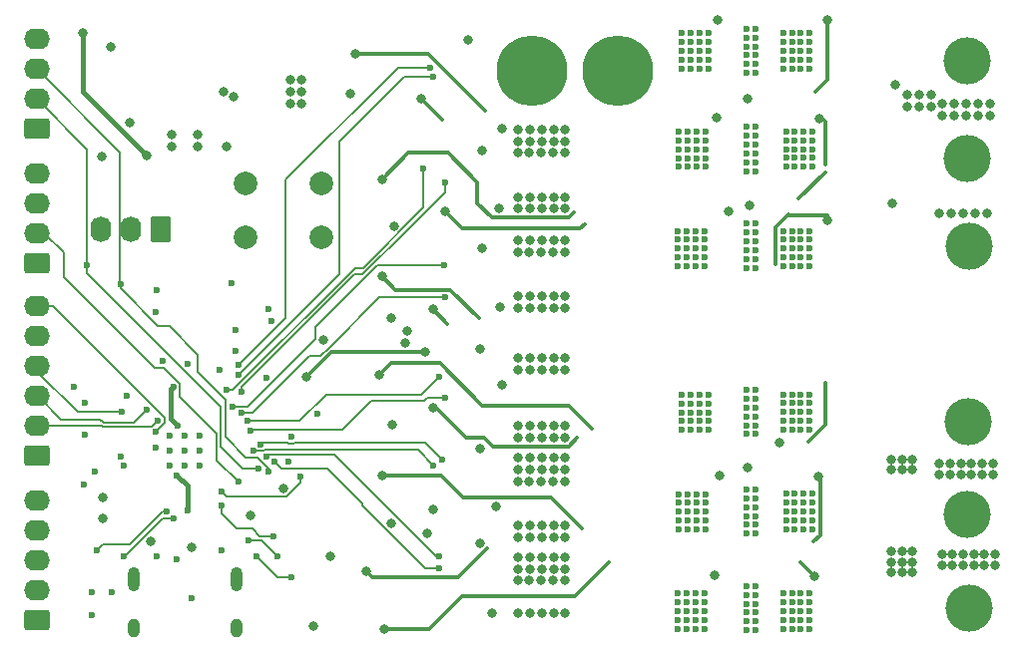
<source format=gbl>
G04 #@! TF.GenerationSoftware,KiCad,Pcbnew,6.0.0-rc2*
G04 #@! TF.CreationDate,2022-06-15T19:41:01-07:00*
G04 #@! TF.ProjectId,RP2040_motor,52503230-3430-45f6-9d6f-746f722e6b69,REV1*
G04 #@! TF.SameCoordinates,Original*
G04 #@! TF.FileFunction,Copper,L4,Bot*
G04 #@! TF.FilePolarity,Positive*
%FSLAX46Y46*%
G04 Gerber Fmt 4.6, Leading zero omitted, Abs format (unit mm)*
G04 Created by KiCad (PCBNEW 6.0.0-rc2) date 2022-06-15 19:41:01*
%MOMM*%
%LPD*%
G01*
G04 APERTURE LIST*
G04 Aperture macros list*
%AMRoundRect*
0 Rectangle with rounded corners*
0 $1 Rounding radius*
0 $2 $3 $4 $5 $6 $7 $8 $9 X,Y pos of 4 corners*
0 Add a 4 corners polygon primitive as box body*
4,1,4,$2,$3,$4,$5,$6,$7,$8,$9,$2,$3,0*
0 Add four circle primitives for the rounded corners*
1,1,$1+$1,$2,$3*
1,1,$1+$1,$4,$5*
1,1,$1+$1,$6,$7*
1,1,$1+$1,$8,$9*
0 Add four rect primitives between the rounded corners*
20,1,$1+$1,$2,$3,$4,$5,0*
20,1,$1+$1,$4,$5,$6,$7,0*
20,1,$1+$1,$6,$7,$8,$9,0*
20,1,$1+$1,$8,$9,$2,$3,0*%
G04 Aperture macros list end*
G04 #@! TA.AperFunction,ComponentPad*
%ADD10O,1.740000X2.190000*%
G04 #@! TD*
G04 #@! TA.AperFunction,ComponentPad*
%ADD11RoundRect,0.250000X0.620000X0.845000X-0.620000X0.845000X-0.620000X-0.845000X0.620000X-0.845000X0*%
G04 #@! TD*
G04 #@! TA.AperFunction,ComponentPad*
%ADD12C,0.600000*%
G04 #@! TD*
G04 #@! TA.AperFunction,ComponentPad*
%ADD13O,2.190000X1.740000*%
G04 #@! TD*
G04 #@! TA.AperFunction,ComponentPad*
%ADD14RoundRect,0.250000X0.845000X-0.620000X0.845000X0.620000X-0.845000X0.620000X-0.845000X-0.620000X0*%
G04 #@! TD*
G04 #@! TA.AperFunction,ComponentPad*
%ADD15C,2.000000*%
G04 #@! TD*
G04 #@! TA.AperFunction,ComponentPad*
%ADD16C,4.000000*%
G04 #@! TD*
G04 #@! TA.AperFunction,ComponentPad*
%ADD17C,6.000000*%
G04 #@! TD*
G04 #@! TA.AperFunction,ComponentPad*
%ADD18O,1.000000X1.600000*%
G04 #@! TD*
G04 #@! TA.AperFunction,ComponentPad*
%ADD19O,1.000000X2.100000*%
G04 #@! TD*
G04 #@! TA.AperFunction,ViaPad*
%ADD20C,0.600000*%
G04 #@! TD*
G04 #@! TA.AperFunction,ViaPad*
%ADD21C,0.800000*%
G04 #@! TD*
G04 #@! TA.AperFunction,Conductor*
%ADD22C,0.300000*%
G04 #@! TD*
G04 #@! TA.AperFunction,Conductor*
%ADD23C,0.400000*%
G04 #@! TD*
G04 #@! TA.AperFunction,Conductor*
%ADD24C,0.150000*%
G04 #@! TD*
G04 APERTURE END LIST*
D10*
X83110000Y-86500000D03*
X85650000Y-86500000D03*
D11*
X88190000Y-86500000D03*
D12*
X89005000Y-106525000D03*
X91555000Y-105250000D03*
X89005000Y-103975000D03*
X89005000Y-105250000D03*
X90280000Y-106525000D03*
X91555000Y-103975000D03*
X90280000Y-103975000D03*
X91555000Y-106525000D03*
X90280000Y-105250000D03*
D13*
X77750000Y-81680000D03*
X77750000Y-84220000D03*
X77750000Y-86760000D03*
D14*
X77750000Y-89300000D03*
D15*
X95390000Y-87100000D03*
X101890000Y-87100000D03*
X95390000Y-82600000D03*
X101890000Y-82600000D03*
D16*
X156819000Y-87920000D03*
X156619000Y-72130000D03*
D13*
X77750000Y-93000000D03*
X77750000Y-95540000D03*
X77750000Y-98080000D03*
X77750000Y-100620000D03*
X77750000Y-103160000D03*
D14*
X77750000Y-105700000D03*
D17*
X119740000Y-73000000D03*
D16*
X156719000Y-102810000D03*
D13*
X77750000Y-70330000D03*
X77750000Y-72870000D03*
X77750000Y-75410000D03*
D14*
X77750000Y-77950000D03*
D13*
X77750000Y-109490000D03*
X77750000Y-112030000D03*
X77750000Y-114570000D03*
X77750000Y-117110000D03*
D14*
X77750000Y-119650000D03*
D16*
X156819000Y-118600000D03*
X156619000Y-80470000D03*
X156619000Y-110650000D03*
D18*
X94610000Y-120325000D03*
X85970000Y-120325000D03*
D19*
X85970000Y-116145000D03*
X94610000Y-116145000D03*
D17*
X126990000Y-73000000D03*
D20*
X90524500Y-97893500D03*
X94190000Y-91000000D03*
X94590000Y-95000000D03*
X87790000Y-93500000D03*
D21*
X158990000Y-115000000D03*
X152540000Y-76070000D03*
D20*
X88390000Y-97600000D03*
D21*
X118540000Y-83720000D03*
X119540000Y-114300000D03*
X121540000Y-98400000D03*
X118540000Y-87420000D03*
X102590000Y-114250000D03*
X151090000Y-106000000D03*
X118540000Y-114300000D03*
X151990000Y-115600000D03*
X158540000Y-76770000D03*
X118540000Y-93170000D03*
X121540000Y-105850000D03*
X118540000Y-104150000D03*
X121540000Y-87420000D03*
X118540000Y-119050000D03*
D20*
X97190000Y-99100000D03*
D21*
X155290000Y-85120000D03*
X150290000Y-84220000D03*
X115290000Y-105050000D03*
X120490000Y-107850000D03*
X157540000Y-76770000D03*
X151090000Y-115600000D03*
X89190000Y-78400000D03*
X156090000Y-106400000D03*
X122540000Y-98400000D03*
X119490000Y-79970000D03*
X118540000Y-77970000D03*
X119540000Y-87420000D03*
X122540000Y-93170000D03*
X156290000Y-114100000D03*
X118540000Y-98400000D03*
X156990000Y-107300000D03*
X120540000Y-77970000D03*
X158990000Y-114100000D03*
X119540000Y-83720000D03*
X156540000Y-75770000D03*
D20*
X94590000Y-96800000D03*
D21*
X156540000Y-76770000D03*
X100190000Y-75800000D03*
X151540000Y-75070000D03*
X121490000Y-107850000D03*
X122540000Y-97400000D03*
X122540000Y-92170000D03*
X119490000Y-116300000D03*
X118540000Y-112600000D03*
X156990000Y-106400000D03*
X121540000Y-103150000D03*
X157540000Y-75770000D03*
X85590000Y-77400000D03*
X99190000Y-74800000D03*
X120540000Y-103150000D03*
X121540000Y-112600000D03*
X154490000Y-114100000D03*
X158290000Y-85120000D03*
X122490000Y-79970000D03*
X119540000Y-97400000D03*
X120540000Y-106850000D03*
X121540000Y-111600000D03*
X122540000Y-77970000D03*
X119540000Y-84720000D03*
X156290000Y-85120000D03*
X157890000Y-106400000D03*
X151990000Y-106000000D03*
X118540000Y-92170000D03*
X83990000Y-71000000D03*
X121540000Y-104150000D03*
X120540000Y-105850000D03*
X122540000Y-114300000D03*
X157190000Y-115000000D03*
X157290000Y-85120000D03*
X121540000Y-106850000D03*
X120540000Y-92170000D03*
X155390000Y-114100000D03*
X121490000Y-88420000D03*
X153540000Y-75070000D03*
X122540000Y-119050000D03*
X150190000Y-115600000D03*
X119540000Y-112600000D03*
X151540000Y-76070000D03*
X122540000Y-83720000D03*
X120540000Y-119050000D03*
X119540000Y-111600000D03*
X155190000Y-107300000D03*
X119540000Y-77970000D03*
X158540000Y-75770000D03*
X120540000Y-112600000D03*
X118540000Y-84720000D03*
X91390000Y-79400000D03*
X120540000Y-78970000D03*
X154540000Y-75770000D03*
X91390000Y-78400000D03*
X99190000Y-75800000D03*
X89190000Y-79400000D03*
X95840000Y-110750000D03*
X90840000Y-113500000D03*
X122540000Y-104150000D03*
X150190000Y-113800000D03*
X120490000Y-88420000D03*
X119490000Y-107850000D03*
X157890000Y-107300000D03*
X119540000Y-78970000D03*
X152540000Y-75070000D03*
X122540000Y-106850000D03*
X158790000Y-107300000D03*
X115290000Y-113100000D03*
X118490000Y-88420000D03*
X120490000Y-79970000D03*
X150190000Y-106000000D03*
X118540000Y-106850000D03*
X118490000Y-107850000D03*
X122490000Y-88420000D03*
X119540000Y-103150000D03*
X121540000Y-84720000D03*
X118540000Y-105850000D03*
X121540000Y-97400000D03*
X122540000Y-112600000D03*
X122540000Y-84720000D03*
X154290000Y-106400000D03*
X151990000Y-106900000D03*
X87340000Y-113000000D03*
X120490000Y-116300000D03*
X151090000Y-106900000D03*
X119540000Y-119050000D03*
X153540000Y-76070000D03*
X120540000Y-111600000D03*
X150190000Y-114700000D03*
X151990000Y-113800000D03*
X121540000Y-77970000D03*
X118540000Y-103150000D03*
X114290000Y-70370000D03*
X115490000Y-79770000D03*
X83340000Y-111000000D03*
D20*
X93201000Y-98420500D03*
D21*
X119540000Y-98400000D03*
X98590000Y-108500000D03*
X119540000Y-92170000D03*
X122540000Y-103150000D03*
X120540000Y-104150000D03*
X99190000Y-73800000D03*
X115490000Y-88070000D03*
X121540000Y-114300000D03*
X118540000Y-111600000D03*
X154490000Y-115000000D03*
X154540000Y-76770000D03*
X121540000Y-92170000D03*
X155540000Y-76770000D03*
X155540000Y-75770000D03*
X122540000Y-105850000D03*
X122490000Y-116300000D03*
D20*
X99280000Y-104050000D03*
D21*
X150190000Y-106900000D03*
D20*
X81780000Y-103945000D03*
D21*
X120540000Y-97400000D03*
X93790000Y-79400000D03*
X100190000Y-73800000D03*
X121540000Y-115300000D03*
X120540000Y-93170000D03*
X151090000Y-113800000D03*
X119540000Y-104150000D03*
X121540000Y-93170000D03*
X151990000Y-114700000D03*
X119540000Y-105850000D03*
D20*
X87840000Y-91650000D03*
D21*
X121540000Y-119050000D03*
X158790000Y-106400000D03*
X119490000Y-88420000D03*
X120540000Y-83720000D03*
X118540000Y-115300000D03*
X158090000Y-115000000D03*
X83340000Y-109250000D03*
X154290000Y-85120000D03*
X122540000Y-87420000D03*
X151090000Y-114700000D03*
X120540000Y-114300000D03*
X120540000Y-87420000D03*
X121490000Y-79970000D03*
X122490000Y-107850000D03*
X118540000Y-78970000D03*
X156290000Y-115000000D03*
X118490000Y-116300000D03*
X119540000Y-93170000D03*
X118490000Y-79970000D03*
X119540000Y-106850000D03*
X122540000Y-111600000D03*
X158090000Y-114100000D03*
X121490000Y-116300000D03*
X100190000Y-74800000D03*
X157190000Y-114100000D03*
X120540000Y-84720000D03*
X120540000Y-98400000D03*
X115290000Y-96650000D03*
X156090000Y-107300000D03*
X150540000Y-74170000D03*
X155390000Y-115000000D03*
X122540000Y-115300000D03*
X120540000Y-115300000D03*
D20*
X82340000Y-119250000D03*
D21*
X122540000Y-78970000D03*
X118540000Y-97400000D03*
X121540000Y-78970000D03*
X121540000Y-83720000D03*
X119540000Y-115300000D03*
X155190000Y-106400000D03*
D20*
X101490000Y-102100000D03*
D21*
X154290000Y-107300000D03*
D20*
X87840000Y-114250000D03*
X93340000Y-113750000D03*
D21*
X110690000Y-96900000D03*
X100590000Y-99000000D03*
D20*
X90480000Y-110300006D03*
X89680030Y-103150000D03*
X89288839Y-99801161D03*
X89580000Y-107350000D03*
X111090000Y-72750000D03*
X94840000Y-98000000D03*
X94846482Y-98805985D03*
X111318275Y-73550500D03*
X110520734Y-81319266D03*
X93833027Y-100119441D03*
X95090000Y-100250000D03*
X112340000Y-82500000D03*
X112299668Y-89540332D03*
X94340000Y-101500000D03*
X112340000Y-92250000D03*
X95090000Y-102074500D03*
X111840000Y-99000000D03*
X95590000Y-102750000D03*
X95795982Y-103591665D03*
X112340000Y-100750000D03*
X112090000Y-106000000D03*
X96664505Y-104718131D03*
X96064725Y-105246778D03*
X111340000Y-106500000D03*
X97196856Y-105785989D03*
X111840000Y-114250000D03*
X111840000Y-115250000D03*
X97903450Y-106174500D03*
X80890000Y-99800000D03*
X81790000Y-101200000D03*
X85344954Y-100594546D03*
X81690000Y-108100000D03*
X87779500Y-105000000D03*
X93340000Y-108750000D03*
X100090000Y-107500000D03*
X99340000Y-116000000D03*
X96340000Y-114250000D03*
X98090000Y-114250000D03*
X95683767Y-112906233D03*
X97790000Y-112500000D03*
X93351233Y-109938767D03*
X84090000Y-117250000D03*
X90840000Y-117750000D03*
X89590000Y-114500000D03*
X82340000Y-117250000D03*
X133190000Y-69820000D03*
X132080900Y-120380000D03*
X132440000Y-100500000D03*
X132940000Y-111950000D03*
X133940000Y-72070000D03*
X133190000Y-102000000D03*
X133190000Y-71320000D03*
X134330900Y-120380000D03*
X132190000Y-108950000D03*
X134690000Y-72070000D03*
X134330900Y-119630000D03*
X133702300Y-111200000D03*
X132940000Y-108950000D03*
X132830900Y-117380000D03*
X133940000Y-103500000D03*
X132440000Y-101250000D03*
X134440000Y-79670000D03*
X132080900Y-87350000D03*
X133190000Y-102750000D03*
X132830900Y-119630000D03*
X134690000Y-72820000D03*
X132440000Y-70570000D03*
X134440000Y-81170000D03*
X132940000Y-78920000D03*
X133702300Y-80420000D03*
X133690000Y-78920000D03*
X134440000Y-80420000D03*
X132190000Y-78170000D03*
X133690000Y-81170000D03*
X134690000Y-102750000D03*
X133690000Y-78170000D03*
X133702300Y-110450000D03*
X133580900Y-87350000D03*
X132190000Y-110450000D03*
X134330900Y-88850000D03*
X134690000Y-70570000D03*
X132440000Y-72070000D03*
X132830900Y-88100000D03*
X132190000Y-79670000D03*
X132440000Y-71320000D03*
X133580900Y-120380000D03*
D21*
X94390000Y-75200000D03*
D20*
X134330900Y-87350000D03*
X132190000Y-80420000D03*
X133690000Y-111950000D03*
X133190000Y-100500000D03*
X132190000Y-78920000D03*
X132940000Y-80420000D03*
X133940000Y-102750000D03*
X133922300Y-70570000D03*
X133702300Y-79670000D03*
X133580900Y-89600000D03*
X132080900Y-88850000D03*
X132080900Y-117380000D03*
X133580900Y-88100000D03*
X133190000Y-103500000D03*
X132190000Y-111950000D03*
X132940000Y-109700000D03*
X134330900Y-117380000D03*
X132440000Y-103500000D03*
X132080900Y-119630000D03*
X134690000Y-103500000D03*
X133580900Y-86600000D03*
X133690000Y-108950000D03*
X133940000Y-72820000D03*
X133922300Y-71320000D03*
X132440000Y-72820000D03*
X133190000Y-70570000D03*
X134690000Y-100500000D03*
X133690000Y-109700000D03*
X132940000Y-81170000D03*
X134330900Y-88100000D03*
X132830900Y-86600000D03*
X132440000Y-102000000D03*
X132830900Y-89600000D03*
X132830900Y-120380000D03*
X132440000Y-69820000D03*
X134440000Y-109700000D03*
X134690000Y-102000000D03*
X132190000Y-111200000D03*
X132080900Y-89600000D03*
X134330900Y-89600000D03*
X134330900Y-86600000D03*
X134440000Y-111950000D03*
X133580900Y-117380000D03*
X133580900Y-118130000D03*
X132080900Y-118130000D03*
X133580900Y-118880000D03*
X133580900Y-119630000D03*
X132190000Y-109700000D03*
X134440000Y-110450000D03*
X133940000Y-100500000D03*
X132940000Y-110450000D03*
X132440000Y-102750000D03*
X133922300Y-102000000D03*
X134690000Y-101250000D03*
X133940000Y-69820000D03*
X134440000Y-78170000D03*
X132080900Y-118880000D03*
X132080900Y-88100000D03*
X134330900Y-118130000D03*
X134690000Y-69820000D03*
X132830900Y-87350000D03*
X133190000Y-101250000D03*
X132940000Y-78170000D03*
X134690000Y-71320000D03*
X132830900Y-88850000D03*
X133922300Y-101250000D03*
X134440000Y-78920000D03*
X134440000Y-111200000D03*
D21*
X93590000Y-74800000D03*
D20*
X132080900Y-86600000D03*
X133580900Y-88850000D03*
X132940000Y-79670000D03*
X132190000Y-81170000D03*
X134440000Y-108950000D03*
X133190000Y-72820000D03*
X132830900Y-118130000D03*
X132830900Y-118880000D03*
X133190000Y-72070000D03*
X134330900Y-118880000D03*
X132940000Y-111200000D03*
X137920900Y-102361400D03*
X143270900Y-103480000D03*
X138670900Y-102361400D03*
X141020900Y-103480000D03*
X143270900Y-101980000D03*
X141770900Y-101230000D03*
X141770900Y-100480000D03*
X137920900Y-100111400D03*
X143270900Y-101230000D03*
X141020900Y-102730000D03*
X142520900Y-100480000D03*
X138670900Y-101611400D03*
X138670900Y-103861400D03*
X138670900Y-103111400D03*
D21*
X111290000Y-101650000D03*
D20*
X141020900Y-101980000D03*
X141770900Y-103480000D03*
X142520900Y-102730000D03*
X141770900Y-102730000D03*
X141770900Y-101980000D03*
X142520900Y-101980000D03*
X137920900Y-103861400D03*
X138670900Y-100861400D03*
X141020900Y-101230000D03*
X143270900Y-100480000D03*
X137920900Y-103111400D03*
D21*
X140690000Y-104600000D03*
D20*
X142520900Y-103480000D03*
X138670900Y-100111400D03*
X141020900Y-100480000D03*
X143270900Y-102730000D03*
X137920900Y-100861400D03*
X137920900Y-101611400D03*
X142520900Y-101230000D03*
X143520900Y-110430000D03*
X142770900Y-111930000D03*
X141270900Y-109680000D03*
X142770900Y-110430000D03*
X143520900Y-109680000D03*
X138670900Y-109311400D03*
X138670900Y-112311400D03*
X137920900Y-108561400D03*
X138670900Y-110061400D03*
X137920900Y-109311400D03*
X142020900Y-110430000D03*
X142020900Y-109680000D03*
X142770900Y-109680000D03*
X138670900Y-110811400D03*
X137920900Y-111561400D03*
X138670900Y-111561400D03*
X141270900Y-111930000D03*
X142770900Y-111180000D03*
D21*
X110840000Y-112250000D03*
D20*
X142770900Y-108930000D03*
X143520900Y-108930000D03*
X137920900Y-110061400D03*
X142020900Y-111180000D03*
D21*
X137990000Y-106700000D03*
X111290000Y-110250000D03*
D20*
X138670900Y-108561400D03*
X141270900Y-108930000D03*
X142020900Y-108930000D03*
X137920900Y-110811400D03*
X143520900Y-111180000D03*
X142020900Y-111930000D03*
X141270900Y-110430000D03*
X141270900Y-111180000D03*
X143520900Y-111930000D03*
X137920900Y-112311400D03*
X143270900Y-118130000D03*
X138670900Y-119011400D03*
X143270900Y-120380000D03*
X138670900Y-118261400D03*
X141770900Y-118880000D03*
X141020900Y-119630000D03*
X143270900Y-118880000D03*
X142520900Y-120380000D03*
X141020900Y-117380000D03*
X141770900Y-120380000D03*
X142520900Y-119630000D03*
X141770900Y-118130000D03*
X137920900Y-119011400D03*
X141020900Y-120380000D03*
X141770900Y-119630000D03*
X138670900Y-116761400D03*
X143270900Y-119630000D03*
X138670900Y-117511400D03*
X137920900Y-118261400D03*
X142520900Y-118130000D03*
X137920900Y-120511400D03*
X138670900Y-119761400D03*
X137920900Y-117511400D03*
X141770900Y-117380000D03*
X141020900Y-118880000D03*
X141020900Y-118130000D03*
X143270900Y-117380000D03*
X142520900Y-117380000D03*
X137920900Y-119761400D03*
X142520900Y-118880000D03*
X137920900Y-116761400D03*
X138670900Y-120511400D03*
D21*
X104290000Y-74970000D03*
X135490000Y-68699500D03*
X144790000Y-68700000D03*
X104690000Y-71570000D03*
X135390000Y-77000000D03*
X107990000Y-86200000D03*
X144090000Y-77100000D03*
X106990000Y-82200000D03*
X81590000Y-69800000D03*
X86990000Y-80200000D03*
X107890000Y-103050000D03*
X106790000Y-98800000D03*
X107790000Y-111400000D03*
X135640000Y-107350000D03*
X144040000Y-107450000D03*
X106990000Y-107400000D03*
X136390000Y-84900000D03*
X107790000Y-94000000D03*
X106990000Y-90470000D03*
X144790000Y-85700000D03*
X135240000Y-115850000D03*
X107190000Y-120400000D03*
X105690000Y-115500000D03*
X143640000Y-115900000D03*
D20*
X85090000Y-114250000D03*
X89330499Y-111000000D03*
X84848475Y-105752825D03*
D21*
X109090000Y-95100000D03*
D20*
X97340000Y-93250000D03*
X97590000Y-94250000D03*
X85094386Y-106513570D03*
D21*
X108990000Y-96100000D03*
D20*
X142520900Y-72050000D03*
X141020900Y-71300000D03*
X143270900Y-71300000D03*
X138670900Y-72431400D03*
D21*
X110290000Y-75370000D03*
D20*
X137920900Y-71681400D03*
D21*
X137990000Y-75349500D03*
D20*
X142520900Y-71300000D03*
X142520900Y-69800000D03*
X142520900Y-72800000D03*
X141020900Y-70550000D03*
X137920900Y-70181400D03*
X141770900Y-69800000D03*
X143270900Y-72800000D03*
X141770900Y-72800000D03*
X137920900Y-73181400D03*
X138670900Y-71681400D03*
X138670900Y-70931400D03*
X138670900Y-70181400D03*
X143270900Y-70550000D03*
X141770900Y-71300000D03*
X138670900Y-73181400D03*
X137920900Y-72431400D03*
X141770900Y-70550000D03*
X142520900Y-70550000D03*
X141020900Y-72050000D03*
X137920900Y-70931400D03*
X141020900Y-69800000D03*
X137920900Y-69431400D03*
X141020900Y-72800000D03*
X141770900Y-72050000D03*
X138670900Y-69431400D03*
X143270900Y-72050000D03*
X143270900Y-69800000D03*
X142770900Y-80400000D03*
X137920900Y-80031400D03*
X137920900Y-77781400D03*
X141270900Y-79650000D03*
X142020900Y-80400000D03*
X142020900Y-81150000D03*
X143520900Y-80400000D03*
X138670900Y-78531400D03*
X141270900Y-80400000D03*
X137920900Y-78531400D03*
X141270900Y-78150000D03*
X142770900Y-81150000D03*
D21*
X112340000Y-84970000D03*
D20*
X142020900Y-79650000D03*
X141270900Y-81150000D03*
X137920900Y-80781400D03*
X138670900Y-80781400D03*
X142770900Y-78900000D03*
X138670900Y-77781400D03*
X142770900Y-78150000D03*
D21*
X138190000Y-84400000D03*
D20*
X142020900Y-78150000D03*
X137920900Y-79281400D03*
X142770900Y-79650000D03*
X142020900Y-78900000D03*
X141270900Y-78900000D03*
X138670900Y-80031400D03*
X143520900Y-81150000D03*
X143520900Y-79650000D03*
X137920900Y-81531400D03*
X138670900Y-79281400D03*
X143520900Y-78150000D03*
X143520900Y-78900000D03*
X138670900Y-81531400D03*
X143270900Y-88850000D03*
X141020900Y-88850000D03*
X143270900Y-86600000D03*
X141770900Y-89600000D03*
X141770900Y-88100000D03*
X142520900Y-88100000D03*
X142520900Y-87350000D03*
X137920900Y-88231400D03*
X141770900Y-88850000D03*
X141020900Y-87350000D03*
X137920900Y-89731400D03*
X137920900Y-87481400D03*
X143270900Y-87350000D03*
X141020900Y-88100000D03*
X142520900Y-89600000D03*
X141020900Y-89600000D03*
X142520900Y-86600000D03*
X138670900Y-86731400D03*
X137920900Y-88981400D03*
X138670900Y-88231400D03*
X143270900Y-88100000D03*
X142520900Y-88850000D03*
X141770900Y-86600000D03*
X138670900Y-88981400D03*
X143270900Y-89600000D03*
X138670900Y-87481400D03*
X138670900Y-89731400D03*
X137920900Y-85981400D03*
X137920900Y-86731400D03*
X141020900Y-86600000D03*
X138670900Y-85981400D03*
X141770900Y-87350000D03*
D21*
X111290000Y-93270000D03*
X101990000Y-95900000D03*
X117190000Y-77899000D03*
X116290000Y-119100000D03*
X101190000Y-120200000D03*
X116690000Y-110000000D03*
X83190000Y-80300000D03*
X117190000Y-99700000D03*
X116890000Y-84720011D03*
X116990000Y-93100000D03*
D20*
X88705500Y-110425500D03*
X82840000Y-113750000D03*
X94790000Y-107925500D03*
X99090000Y-106175500D03*
X81990000Y-89500000D03*
X96529210Y-106748531D03*
X84790000Y-91100000D03*
X97390000Y-107000000D03*
X82590000Y-107000000D03*
X87937034Y-102710213D03*
X86990000Y-101800000D03*
X84889308Y-101975980D03*
X87797572Y-103662141D03*
D22*
X100590000Y-99000000D02*
X102690000Y-96900000D01*
X102690000Y-96900000D02*
X110690000Y-96900000D01*
D23*
X89090000Y-102559970D02*
X89680030Y-103150000D01*
X89090000Y-100000000D02*
X89090000Y-102559970D01*
X90480000Y-108240000D02*
X89590000Y-107350000D01*
X90480000Y-110300006D02*
X90480000Y-108240000D01*
X89590000Y-107350000D02*
X89580000Y-107350000D01*
X89288839Y-99801161D02*
X89090000Y-100000000D01*
D24*
X94840000Y-98000000D02*
X98840000Y-94000000D01*
X98840000Y-94000000D02*
X98840000Y-82250000D01*
X108340000Y-72750000D02*
X111090000Y-72750000D01*
X98840000Y-82250000D02*
X108340000Y-72750000D01*
X111267775Y-73500000D02*
X111318275Y-73550500D01*
X103340000Y-79000000D02*
X108840000Y-73500000D01*
X94846482Y-98805985D02*
X103340000Y-90312467D01*
X108840000Y-73500000D02*
X111267775Y-73500000D01*
X103340000Y-90312467D02*
X103340000Y-79000000D01*
X93833027Y-100119441D02*
X94345508Y-100119441D01*
X94345508Y-100119441D02*
X104714949Y-89750000D01*
X110520734Y-84623170D02*
X110520734Y-81319266D01*
X105393904Y-89750000D02*
X110520734Y-84623170D01*
X104840000Y-89750000D02*
X105393904Y-89750000D01*
X104714949Y-89750000D02*
X104840000Y-89750000D01*
X95090000Y-100250000D02*
X95090000Y-99869245D01*
X95090000Y-99869245D02*
X104649623Y-90309622D01*
X112340000Y-83298200D02*
X112340000Y-82500000D01*
X104649623Y-90309622D02*
X105328577Y-90309622D01*
X105328577Y-90309622D02*
X109114100Y-86524100D01*
X109114100Y-86524100D02*
X110364100Y-85274100D01*
X110364100Y-85274100D02*
X112340000Y-83298200D01*
X101315489Y-95786993D02*
X101315489Y-94774511D01*
X101315489Y-94774511D02*
X103090000Y-93000000D01*
X95602482Y-101500000D02*
X101315489Y-95786993D01*
X106592162Y-89540332D02*
X112299668Y-89540332D01*
X103132494Y-93000000D02*
X106361247Y-89771247D01*
X103090000Y-93000000D02*
X103132494Y-93000000D01*
X106361247Y-89771247D02*
X106592162Y-89540332D01*
X94340000Y-101500000D02*
X95602482Y-101500000D01*
X106739638Y-92250000D02*
X112340000Y-92250000D01*
X101739638Y-97250000D02*
X102489638Y-96500000D01*
X95090000Y-102074500D02*
X96015500Y-102074500D01*
X100840000Y-97250000D02*
X101739638Y-97250000D01*
X96015500Y-102074500D02*
X100840000Y-97250000D01*
X102489638Y-96500000D02*
X106739638Y-92250000D01*
X102277518Y-100500000D02*
X102590000Y-100500000D01*
X95590000Y-102750000D02*
X100027518Y-102750000D01*
X100027518Y-102750000D02*
X102277518Y-100500000D01*
X110340000Y-100500000D02*
X111840000Y-99000000D01*
X102590000Y-100500000D02*
X110340000Y-100500000D01*
X95912158Y-103475489D02*
X103614511Y-103475489D01*
X105840000Y-101250000D02*
X106090000Y-101000000D01*
X110590000Y-101000000D02*
X110840000Y-100750000D01*
X110840000Y-100750000D02*
X112340000Y-100750000D01*
X110090000Y-101000000D02*
X110590000Y-101000000D01*
X103614511Y-103475489D02*
X105840000Y-101250000D01*
X106090000Y-101000000D02*
X110090000Y-101000000D01*
X95795982Y-103591665D02*
X95912158Y-103475489D01*
X96782636Y-104600000D02*
X99017518Y-104600000D01*
X99042029Y-104624511D02*
X99517971Y-104624511D01*
X96664505Y-104718131D02*
X96782636Y-104600000D01*
X99017518Y-104600000D02*
X99042029Y-104624511D01*
X99517971Y-104624511D02*
X99542482Y-104600000D01*
X110690000Y-104600000D02*
X112090000Y-106000000D01*
X99542482Y-104600000D02*
X110690000Y-104600000D01*
X96902476Y-105292642D02*
X96995118Y-105200000D01*
X96064725Y-105246778D02*
X96110589Y-105292642D01*
X96110589Y-105292642D02*
X96902476Y-105292642D01*
X96995118Y-105200000D02*
X110040000Y-105200000D01*
X110040000Y-105200000D02*
X111340000Y-106500000D01*
X97196856Y-105785989D02*
X97382845Y-105600000D01*
X102943904Y-105600000D02*
X111593904Y-114250000D01*
X111593904Y-114250000D02*
X111840000Y-114250000D01*
X97382845Y-105600000D02*
X102943904Y-105600000D01*
X105340000Y-109750000D02*
X105340000Y-109903904D01*
X102340000Y-106750000D02*
X105340000Y-109750000D01*
X110686096Y-115250000D02*
X111840000Y-115250000D01*
X105340000Y-109903904D02*
X110686096Y-115250000D01*
X97903450Y-106174500D02*
X98478950Y-106750000D01*
X98478950Y-106750000D02*
X102340000Y-106750000D01*
X93764511Y-109174511D02*
X98869393Y-109174511D01*
X100090000Y-107953904D02*
X100090000Y-107500000D01*
X93340000Y-108750000D02*
X93764511Y-109174511D01*
X98869393Y-109174511D02*
X100090000Y-107953904D01*
X98090000Y-116000000D02*
X99340000Y-116000000D01*
X96340000Y-114250000D02*
X98090000Y-116000000D01*
X95683767Y-112906233D02*
X96746233Y-112906233D01*
X96746233Y-112906233D02*
X98090000Y-114250000D01*
X93351233Y-110561233D02*
X93351233Y-109938767D01*
X97790000Y-112500000D02*
X96636096Y-112500000D01*
X96636096Y-112500000D02*
X96036096Y-111900000D01*
X96036096Y-111900000D02*
X94690000Y-111900000D01*
X94690000Y-111900000D02*
X93351233Y-110561233D01*
D22*
X114090000Y-104200000D02*
X111290000Y-101400000D01*
X116390000Y-104900000D02*
X115690000Y-104200000D01*
X123549970Y-104200000D02*
X122849970Y-104900000D01*
X115690000Y-104200000D02*
X114090000Y-104200000D01*
X122849970Y-104900000D02*
X116390000Y-104900000D01*
X115720000Y-76400000D02*
X110890000Y-71570000D01*
X110890000Y-71570000D02*
X104690000Y-71570000D01*
X144790000Y-73800000D02*
X143790000Y-74800000D01*
X144790000Y-68700000D02*
X144790000Y-73700000D01*
X112560000Y-79970000D02*
X115090000Y-82500000D01*
X109220000Y-79970000D02*
X112560000Y-79970000D01*
X115090000Y-82500000D02*
X115090000Y-84250000D01*
X144590000Y-77300000D02*
X144590000Y-80999448D01*
X144090000Y-76800000D02*
X144590000Y-77300000D01*
X144590000Y-81599448D02*
X142358989Y-83830459D01*
X116309511Y-85469511D02*
X115090000Y-84250000D01*
X123289511Y-85030459D02*
X122850459Y-85469511D01*
X106990000Y-82200000D02*
X109220000Y-79970000D01*
X122850459Y-85469511D02*
X116309511Y-85469511D01*
D23*
X86990000Y-80200000D02*
X81590000Y-74800000D01*
X81590000Y-74800000D02*
X81590000Y-69800000D01*
D22*
X144590000Y-99500000D02*
X144590000Y-103079448D01*
X122840000Y-101450000D02*
X115490000Y-101450000D01*
X107740000Y-97850000D02*
X106790000Y-98800000D01*
X124800911Y-103410911D02*
X122840000Y-101450000D01*
X111890000Y-97850000D02*
X107740000Y-97850000D01*
X144590000Y-103079448D02*
X143158537Y-104510911D01*
X115490000Y-101450000D02*
X111890000Y-97850000D01*
X144170411Y-112419589D02*
X143629089Y-112960911D01*
X144170411Y-107480411D02*
X144170411Y-112419589D01*
X144040000Y-107450000D02*
X144170411Y-107580411D01*
X112040000Y-107400000D02*
X113890000Y-109250000D01*
X123950911Y-111860911D02*
X121340000Y-109250000D01*
X106990000Y-107400000D02*
X112040000Y-107400000D01*
X121340000Y-109250000D02*
X113890000Y-109250000D01*
X141502352Y-85300000D02*
X144790000Y-85300000D01*
X140371389Y-86330963D02*
X141502352Y-85200000D01*
X106990000Y-90470000D02*
X108120000Y-91600000D01*
X140371389Y-89449559D02*
X140371389Y-86330963D01*
X112790000Y-91600000D02*
X115190000Y-94000000D01*
X108120000Y-91600000D02*
X112790000Y-91600000D01*
X123390000Y-117600000D02*
X113790000Y-117600000D01*
X110990000Y-120400000D02*
X107190000Y-120400000D01*
X113790000Y-117600000D02*
X110990000Y-120400000D01*
X135240000Y-115950000D02*
X135190000Y-115900000D01*
X126240000Y-114750000D02*
X123390000Y-117600000D01*
X115939511Y-113550489D02*
X113490000Y-116000000D01*
X106190000Y-116000000D02*
X105690000Y-115500000D01*
X143640000Y-115900000D02*
X142490489Y-114750489D01*
X113490000Y-116000000D02*
X106190000Y-116000000D01*
D24*
X85136096Y-114250000D02*
X85090000Y-114250000D01*
X89330499Y-111000000D02*
X88386096Y-111000000D01*
X88386096Y-111000000D02*
X85136096Y-114250000D01*
D22*
X112069500Y-77149500D02*
X110290000Y-75370000D01*
X113770000Y-86400000D02*
X123790000Y-86400000D01*
X123790000Y-86400000D02*
X124190000Y-86000000D01*
X112340000Y-84970000D02*
X113770000Y-86400000D01*
X112519520Y-94499520D02*
X111290000Y-93270000D01*
D24*
X88705500Y-110425500D02*
X88414500Y-110425500D01*
X83340000Y-113250000D02*
X82840000Y-113750000D01*
X88414500Y-110425500D02*
X85590000Y-113250000D01*
X85590000Y-113250000D02*
X83340000Y-113250000D01*
X92990000Y-106125500D02*
X92990000Y-103800000D01*
X87690000Y-98200000D02*
X79990000Y-90500000D01*
X79990000Y-88400000D02*
X78350000Y-86760000D01*
X89863350Y-99563190D02*
X88500160Y-98200000D01*
X89863350Y-100673350D02*
X89863350Y-99563190D01*
X78350000Y-86760000D02*
X77750000Y-86760000D01*
X94790000Y-107925500D02*
X92990000Y-106125500D01*
X88500160Y-98200000D02*
X87690000Y-98200000D01*
X79990000Y-90500000D02*
X79990000Y-88400000D01*
X92990000Y-103800000D02*
X89863350Y-100673350D01*
X81990000Y-90171482D02*
X81990000Y-89500000D01*
X81990000Y-79650000D02*
X77750000Y-75410000D01*
X93339520Y-101521002D02*
X81990000Y-90171482D01*
X95138531Y-106748531D02*
X93339520Y-104949520D01*
X81990000Y-89500000D02*
X81990000Y-79650000D01*
X93339520Y-104949520D02*
X93339520Y-101521002D01*
X96529210Y-106748531D02*
X95138531Y-106748531D01*
X91390000Y-98600000D02*
X91390000Y-97100000D01*
X88990000Y-94700000D02*
X87990000Y-94700000D01*
X84785480Y-79905480D02*
X77750000Y-72870000D01*
X96414450Y-105821289D02*
X95411289Y-105821289D01*
X84785480Y-91095480D02*
X84785480Y-79905480D01*
X84790000Y-91500000D02*
X84790000Y-91100000D01*
X97390000Y-106796839D02*
X96414450Y-105821289D01*
X97390000Y-107000000D02*
X97390000Y-106796839D01*
X95411289Y-105821289D02*
X93689040Y-104099040D01*
X93689040Y-100899040D02*
X91390000Y-98600000D01*
X84790000Y-91100000D02*
X84785480Y-91095480D01*
X91390000Y-97100000D02*
X88990000Y-94700000D01*
X87990000Y-94700000D02*
X84790000Y-91500000D01*
X93689040Y-104099040D02*
X93689040Y-100899040D01*
X87937034Y-102710213D02*
X87447247Y-103200000D01*
X87447247Y-103200000D02*
X83270000Y-103200000D01*
X83230000Y-103160000D02*
X77750000Y-103160000D01*
X83270000Y-103200000D02*
X83230000Y-103160000D01*
X83374777Y-102810481D02*
X83300481Y-102810481D01*
X83090000Y-102600000D02*
X79790000Y-102600000D01*
X85939520Y-102850480D02*
X83414776Y-102850480D01*
X83300481Y-102810481D02*
X83090000Y-102600000D01*
X83414776Y-102850480D02*
X83374777Y-102810481D01*
X77810000Y-100620000D02*
X77750000Y-100620000D01*
X86990000Y-101800000D02*
X85939520Y-102850480D01*
X79790000Y-102600000D02*
X77810000Y-100620000D01*
X84889308Y-101975980D02*
X81165980Y-101975980D01*
X77750000Y-98560000D02*
X77750000Y-98080000D01*
X81165980Y-101975980D02*
X77750000Y-98560000D01*
X88590000Y-102500000D02*
X88590000Y-102869713D01*
X88590000Y-102869713D02*
X87797572Y-103662141D01*
X77750000Y-93000000D02*
X79090000Y-93000000D01*
X79090000Y-93000000D02*
X88590000Y-102500000D01*
M02*

</source>
